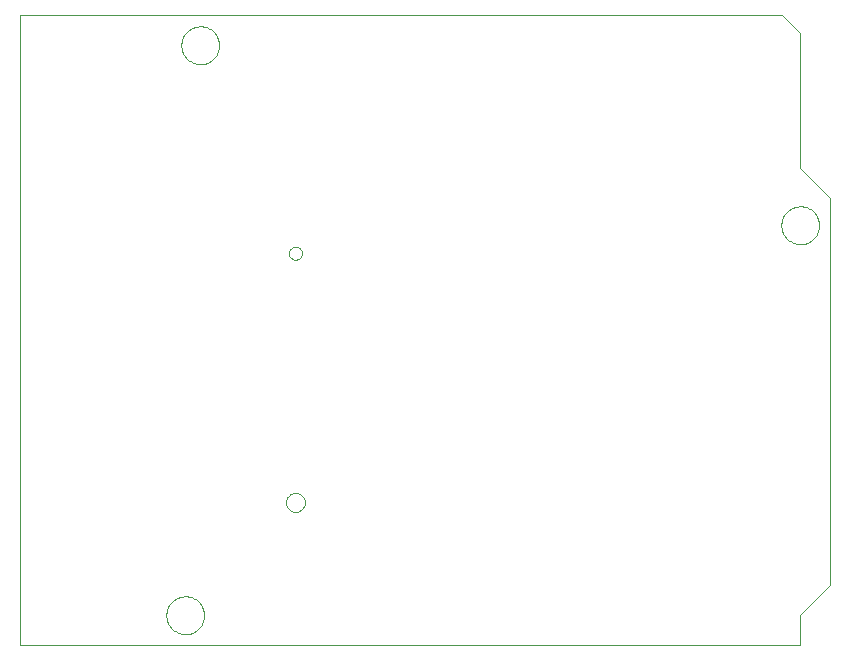
<source format=gbo>
G75*
%MOIN*%
%OFA0B0*%
%FSLAX24Y24*%
%IPPOS*%
%LPD*%
%AMOC8*
5,1,8,0,0,1.08239X$1,22.5*
%
%ADD10C,0.0000*%
D10*
X002700Y000500D02*
X002700Y021500D01*
X028100Y021500D01*
X028700Y020900D01*
X028700Y016400D01*
X029700Y015400D01*
X029700Y002500D01*
X028700Y001500D01*
X028700Y000500D01*
X002700Y000500D01*
X007570Y001500D02*
X007572Y001550D01*
X007578Y001600D01*
X007588Y001649D01*
X007602Y001697D01*
X007619Y001744D01*
X007640Y001789D01*
X007665Y001833D01*
X007693Y001874D01*
X007725Y001913D01*
X007759Y001950D01*
X007796Y001984D01*
X007836Y002014D01*
X007878Y002041D01*
X007922Y002065D01*
X007968Y002086D01*
X008015Y002102D01*
X008063Y002115D01*
X008113Y002124D01*
X008162Y002129D01*
X008213Y002130D01*
X008263Y002127D01*
X008312Y002120D01*
X008361Y002109D01*
X008409Y002094D01*
X008455Y002076D01*
X008500Y002054D01*
X008543Y002028D01*
X008584Y001999D01*
X008623Y001967D01*
X008659Y001932D01*
X008691Y001894D01*
X008721Y001854D01*
X008748Y001811D01*
X008771Y001767D01*
X008790Y001721D01*
X008806Y001673D01*
X008818Y001624D01*
X008826Y001575D01*
X008830Y001525D01*
X008830Y001475D01*
X008826Y001425D01*
X008818Y001376D01*
X008806Y001327D01*
X008790Y001279D01*
X008771Y001233D01*
X008748Y001189D01*
X008721Y001146D01*
X008691Y001106D01*
X008659Y001068D01*
X008623Y001033D01*
X008584Y001001D01*
X008543Y000972D01*
X008500Y000946D01*
X008455Y000924D01*
X008409Y000906D01*
X008361Y000891D01*
X008312Y000880D01*
X008263Y000873D01*
X008213Y000870D01*
X008162Y000871D01*
X008113Y000876D01*
X008063Y000885D01*
X008015Y000898D01*
X007968Y000914D01*
X007922Y000935D01*
X007878Y000959D01*
X007836Y000986D01*
X007796Y001016D01*
X007759Y001050D01*
X007725Y001087D01*
X007693Y001126D01*
X007665Y001167D01*
X007640Y001211D01*
X007619Y001256D01*
X007602Y001303D01*
X007588Y001351D01*
X007578Y001400D01*
X007572Y001450D01*
X007570Y001500D01*
X011558Y005260D02*
X011560Y005295D01*
X011566Y005330D01*
X011576Y005364D01*
X011589Y005397D01*
X011606Y005428D01*
X011627Y005456D01*
X011650Y005483D01*
X011677Y005506D01*
X011705Y005527D01*
X011736Y005544D01*
X011769Y005557D01*
X011803Y005567D01*
X011838Y005573D01*
X011873Y005575D01*
X011908Y005573D01*
X011943Y005567D01*
X011977Y005557D01*
X012010Y005544D01*
X012041Y005527D01*
X012069Y005506D01*
X012096Y005483D01*
X012119Y005456D01*
X012140Y005428D01*
X012157Y005397D01*
X012170Y005364D01*
X012180Y005330D01*
X012186Y005295D01*
X012188Y005260D01*
X012186Y005225D01*
X012180Y005190D01*
X012170Y005156D01*
X012157Y005123D01*
X012140Y005092D01*
X012119Y005064D01*
X012096Y005037D01*
X012069Y005014D01*
X012041Y004993D01*
X012010Y004976D01*
X011977Y004963D01*
X011943Y004953D01*
X011908Y004947D01*
X011873Y004945D01*
X011838Y004947D01*
X011803Y004953D01*
X011769Y004963D01*
X011736Y004976D01*
X011705Y004993D01*
X011677Y005014D01*
X011650Y005037D01*
X011627Y005064D01*
X011606Y005092D01*
X011589Y005123D01*
X011576Y005156D01*
X011566Y005190D01*
X011560Y005225D01*
X011558Y005260D01*
X011656Y013567D02*
X011658Y013596D01*
X011664Y013624D01*
X011673Y013652D01*
X011686Y013678D01*
X011703Y013701D01*
X011722Y013723D01*
X011744Y013742D01*
X011769Y013757D01*
X011795Y013770D01*
X011823Y013778D01*
X011851Y013783D01*
X011880Y013784D01*
X011909Y013781D01*
X011937Y013774D01*
X011964Y013764D01*
X011990Y013750D01*
X012013Y013733D01*
X012034Y013713D01*
X012052Y013690D01*
X012067Y013665D01*
X012078Y013638D01*
X012086Y013610D01*
X012090Y013581D01*
X012090Y013553D01*
X012086Y013524D01*
X012078Y013496D01*
X012067Y013469D01*
X012052Y013444D01*
X012034Y013421D01*
X012013Y013401D01*
X011990Y013384D01*
X011964Y013370D01*
X011937Y013360D01*
X011909Y013353D01*
X011880Y013350D01*
X011851Y013351D01*
X011823Y013356D01*
X011795Y013364D01*
X011769Y013377D01*
X011744Y013392D01*
X011722Y013411D01*
X011703Y013433D01*
X011686Y013456D01*
X011673Y013482D01*
X011664Y013510D01*
X011658Y013538D01*
X011656Y013567D01*
X008070Y020500D02*
X008072Y020550D01*
X008078Y020600D01*
X008088Y020649D01*
X008102Y020697D01*
X008119Y020744D01*
X008140Y020789D01*
X008165Y020833D01*
X008193Y020874D01*
X008225Y020913D01*
X008259Y020950D01*
X008296Y020984D01*
X008336Y021014D01*
X008378Y021041D01*
X008422Y021065D01*
X008468Y021086D01*
X008515Y021102D01*
X008563Y021115D01*
X008613Y021124D01*
X008662Y021129D01*
X008713Y021130D01*
X008763Y021127D01*
X008812Y021120D01*
X008861Y021109D01*
X008909Y021094D01*
X008955Y021076D01*
X009000Y021054D01*
X009043Y021028D01*
X009084Y020999D01*
X009123Y020967D01*
X009159Y020932D01*
X009191Y020894D01*
X009221Y020854D01*
X009248Y020811D01*
X009271Y020767D01*
X009290Y020721D01*
X009306Y020673D01*
X009318Y020624D01*
X009326Y020575D01*
X009330Y020525D01*
X009330Y020475D01*
X009326Y020425D01*
X009318Y020376D01*
X009306Y020327D01*
X009290Y020279D01*
X009271Y020233D01*
X009248Y020189D01*
X009221Y020146D01*
X009191Y020106D01*
X009159Y020068D01*
X009123Y020033D01*
X009084Y020001D01*
X009043Y019972D01*
X009000Y019946D01*
X008955Y019924D01*
X008909Y019906D01*
X008861Y019891D01*
X008812Y019880D01*
X008763Y019873D01*
X008713Y019870D01*
X008662Y019871D01*
X008613Y019876D01*
X008563Y019885D01*
X008515Y019898D01*
X008468Y019914D01*
X008422Y019935D01*
X008378Y019959D01*
X008336Y019986D01*
X008296Y020016D01*
X008259Y020050D01*
X008225Y020087D01*
X008193Y020126D01*
X008165Y020167D01*
X008140Y020211D01*
X008119Y020256D01*
X008102Y020303D01*
X008088Y020351D01*
X008078Y020400D01*
X008072Y020450D01*
X008070Y020500D01*
X028070Y014500D02*
X028072Y014550D01*
X028078Y014600D01*
X028088Y014649D01*
X028102Y014697D01*
X028119Y014744D01*
X028140Y014789D01*
X028165Y014833D01*
X028193Y014874D01*
X028225Y014913D01*
X028259Y014950D01*
X028296Y014984D01*
X028336Y015014D01*
X028378Y015041D01*
X028422Y015065D01*
X028468Y015086D01*
X028515Y015102D01*
X028563Y015115D01*
X028613Y015124D01*
X028662Y015129D01*
X028713Y015130D01*
X028763Y015127D01*
X028812Y015120D01*
X028861Y015109D01*
X028909Y015094D01*
X028955Y015076D01*
X029000Y015054D01*
X029043Y015028D01*
X029084Y014999D01*
X029123Y014967D01*
X029159Y014932D01*
X029191Y014894D01*
X029221Y014854D01*
X029248Y014811D01*
X029271Y014767D01*
X029290Y014721D01*
X029306Y014673D01*
X029318Y014624D01*
X029326Y014575D01*
X029330Y014525D01*
X029330Y014475D01*
X029326Y014425D01*
X029318Y014376D01*
X029306Y014327D01*
X029290Y014279D01*
X029271Y014233D01*
X029248Y014189D01*
X029221Y014146D01*
X029191Y014106D01*
X029159Y014068D01*
X029123Y014033D01*
X029084Y014001D01*
X029043Y013972D01*
X029000Y013946D01*
X028955Y013924D01*
X028909Y013906D01*
X028861Y013891D01*
X028812Y013880D01*
X028763Y013873D01*
X028713Y013870D01*
X028662Y013871D01*
X028613Y013876D01*
X028563Y013885D01*
X028515Y013898D01*
X028468Y013914D01*
X028422Y013935D01*
X028378Y013959D01*
X028336Y013986D01*
X028296Y014016D01*
X028259Y014050D01*
X028225Y014087D01*
X028193Y014126D01*
X028165Y014167D01*
X028140Y014211D01*
X028119Y014256D01*
X028102Y014303D01*
X028088Y014351D01*
X028078Y014400D01*
X028072Y014450D01*
X028070Y014500D01*
M02*

</source>
